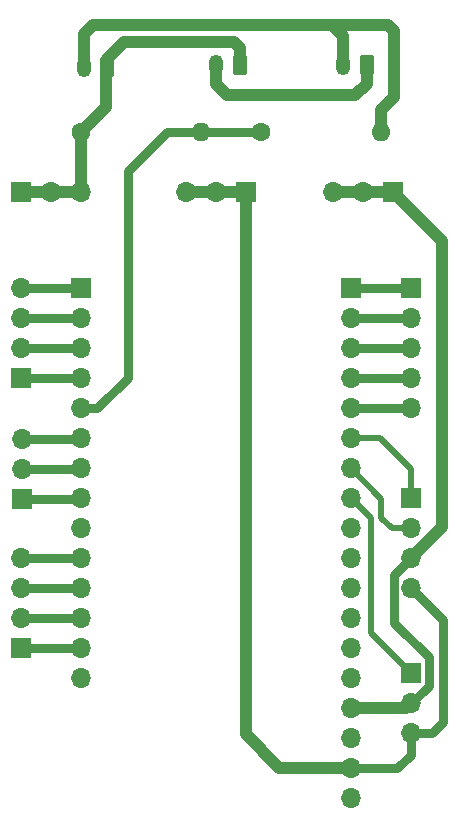
<source format=gbr>
%TF.GenerationSoftware,KiCad,Pcbnew,6.0.7-f9a2dced07~116~ubuntu20.04.1*%
%TF.CreationDate,2022-07-30T18:15:20+02:00*%
%TF.ProjectId,fatrug,66617472-7567-42e6-9b69-6361645f7063,rev?*%
%TF.SameCoordinates,Original*%
%TF.FileFunction,Copper,L1,Top*%
%TF.FilePolarity,Positive*%
%FSLAX46Y46*%
G04 Gerber Fmt 4.6, Leading zero omitted, Abs format (unit mm)*
G04 Created by KiCad (PCBNEW 6.0.7-f9a2dced07~116~ubuntu20.04.1) date 2022-07-30 18:15:20*
%MOMM*%
%LPD*%
G01*
G04 APERTURE LIST*
G04 Aperture macros list*
%AMRoundRect*
0 Rectangle with rounded corners*
0 $1 Rounding radius*
0 $2 $3 $4 $5 $6 $7 $8 $9 X,Y pos of 4 corners*
0 Add a 4 corners polygon primitive as box body*
4,1,4,$2,$3,$4,$5,$6,$7,$8,$9,$2,$3,0*
0 Add four circle primitives for the rounded corners*
1,1,$1+$1,$2,$3*
1,1,$1+$1,$4,$5*
1,1,$1+$1,$6,$7*
1,1,$1+$1,$8,$9*
0 Add four rect primitives between the rounded corners*
20,1,$1+$1,$2,$3,$4,$5,0*
20,1,$1+$1,$4,$5,$6,$7,0*
20,1,$1+$1,$6,$7,$8,$9,0*
20,1,$1+$1,$8,$9,$2,$3,0*%
G04 Aperture macros list end*
%TA.AperFunction,ComponentPad*%
%ADD10R,1.700000X1.700000*%
%TD*%
%TA.AperFunction,ComponentPad*%
%ADD11O,1.700000X1.700000*%
%TD*%
%TA.AperFunction,ComponentPad*%
%ADD12RoundRect,0.250000X0.350000X0.625000X-0.350000X0.625000X-0.350000X-0.625000X0.350000X-0.625000X0*%
%TD*%
%TA.AperFunction,ComponentPad*%
%ADD13O,1.200000X1.750000*%
%TD*%
%TA.AperFunction,ComponentPad*%
%ADD14C,1.600000*%
%TD*%
%TA.AperFunction,ComponentPad*%
%ADD15O,1.600000X1.600000*%
%TD*%
%TA.AperFunction,Conductor*%
%ADD16C,0.750000*%
%TD*%
%TA.AperFunction,Conductor*%
%ADD17C,1.000000*%
%TD*%
%TA.AperFunction,Conductor*%
%ADD18C,0.500000*%
%TD*%
G04 APERTURE END LIST*
D10*
%TO.P,J14,1,Pin_1*%
%TO.N,Net-(J5-Pad8)*%
X63525000Y-77705000D03*
D11*
%TO.P,J14,2,Pin_2*%
%TO.N,Net-(J5-Pad7)*%
X63525000Y-75165000D03*
%TO.P,J14,3,Pin_3*%
%TO.N,Net-(J5-Pad6)*%
X63525000Y-72625000D03*
%TD*%
D10*
%TO.P,J6,1,Pin_1*%
%TO.N,Net-(J11-Pad1)*%
X91435000Y-59895000D03*
D11*
%TO.P,J6,2,Pin_2*%
%TO.N,Net-(J11-Pad2)*%
X91435000Y-62435000D03*
%TO.P,J6,3,Pin_3*%
%TO.N,Net-(J11-Pad3)*%
X91435000Y-64975000D03*
%TO.P,J6,4,Pin_4*%
%TO.N,Net-(J11-Pad4)*%
X91435000Y-67515000D03*
%TO.P,J6,5,Pin_5*%
%TO.N,Net-(J11-Pad5)*%
X91435000Y-70055000D03*
%TO.P,J6,6,Pin_6*%
%TO.N,Net-(J6-Pad6)*%
X91435000Y-72595000D03*
%TO.P,J6,7,Pin_7*%
%TO.N,Net-(J6-Pad7)*%
X91435000Y-75135000D03*
%TO.P,J6,8,Pin_8*%
%TO.N,Net-(J6-Pad8)*%
X91435000Y-77675000D03*
%TO.P,J6,9,Pin_9*%
%TO.N,unconnected-(J6-Pad9)*%
X91435000Y-80215000D03*
%TO.P,J6,10,Pin_10*%
%TO.N,unconnected-(J6-Pad10)*%
X91435000Y-82755000D03*
%TO.P,J6,11,Pin_11*%
%TO.N,unconnected-(J6-Pad11)*%
X91435000Y-85295000D03*
%TO.P,J6,12,Pin_12*%
%TO.N,unconnected-(J6-Pad12)*%
X91435000Y-87835000D03*
%TO.P,J6,13,Pin_13*%
%TO.N,unconnected-(J6-Pad13)*%
X91435000Y-90375000D03*
%TO.P,J6,14,Pin_14*%
%TO.N,unconnected-(J6-Pad14)*%
X91435000Y-92915000D03*
%TO.P,J6,15,Pin_15*%
%TO.N,Net-(J12-Pad1)*%
X91435000Y-95455000D03*
%TO.P,J6,16,Pin_16*%
%TO.N,unconnected-(J6-Pad16)*%
X91435000Y-97995000D03*
%TO.P,J6,17,Pin_17*%
%TO.N,Net-(J7-Pad3)*%
X91435000Y-100535000D03*
%TO.P,J6,18,Pin_18*%
%TO.N,unconnected-(J6-Pad18)*%
X91435000Y-103075000D03*
%TD*%
D12*
%TO.P,J3,1,Pin_1*%
%TO.N,Net-(J10-Pad1)*%
X70775000Y-41150000D03*
D13*
%TO.P,J3,2,Pin_2*%
%TO.N,GND*%
X68775000Y-41150000D03*
%TD*%
D12*
%TO.P,J2,1,Pin_1*%
%TO.N,Net-(J10-Pad1)*%
X82010000Y-41025000D03*
D13*
%TO.P,J2,2,Pin_2*%
%TO.N,Net-(J1-Pad1)*%
X80010000Y-41025000D03*
%TD*%
D12*
%TO.P,J1,1,Pin_1*%
%TO.N,Net-(J1-Pad1)*%
X92750000Y-40975000D03*
D13*
%TO.P,J1,2,Pin_2*%
%TO.N,GND*%
X90750000Y-40975000D03*
%TD*%
D10*
%TO.P,J13,1,Pin_1*%
%TO.N,Net-(J7-Pad3)*%
X82500000Y-51750000D03*
D11*
%TO.P,J13,2,Pin_2*%
X79960000Y-51750000D03*
%TO.P,J13,3,Pin_3*%
X77420000Y-51750000D03*
%TD*%
D10*
%TO.P,J12,1,Pin_1*%
%TO.N,Net-(J12-Pad1)*%
X95000000Y-51750000D03*
D11*
%TO.P,J12,2,Pin_2*%
X92460000Y-51750000D03*
%TO.P,J12,3,Pin_3*%
X89920000Y-51750000D03*
%TD*%
D10*
%TO.P,J11,1,Pin_1*%
%TO.N,Net-(J11-Pad1)*%
X96515000Y-59895000D03*
D11*
%TO.P,J11,2,Pin_2*%
%TO.N,Net-(J11-Pad2)*%
X96515000Y-62435000D03*
%TO.P,J11,3,Pin_3*%
%TO.N,Net-(J11-Pad3)*%
X96515000Y-64975000D03*
%TO.P,J11,4,Pin_4*%
%TO.N,Net-(J11-Pad4)*%
X96515000Y-67515000D03*
%TO.P,J11,5,Pin_5*%
%TO.N,Net-(J11-Pad5)*%
X96515000Y-70055000D03*
%TD*%
%TO.P,J10,3,Pin_3*%
%TO.N,Net-(J10-Pad1)*%
X68560000Y-51750000D03*
%TO.P,J10,2,Pin_2*%
X66020000Y-51750000D03*
D10*
%TO.P,J10,1,Pin_1*%
X63480000Y-51750000D03*
%TD*%
%TO.P,J9,1,Pin_1*%
%TO.N,Net-(J5-Pad4)*%
X63495000Y-67515000D03*
D11*
%TO.P,J9,2,Pin_2*%
%TO.N,Net-(J5-Pad3)*%
X63495000Y-64975000D03*
%TO.P,J9,3,Pin_3*%
%TO.N,Net-(J5-Pad2)*%
X63495000Y-62435000D03*
%TO.P,J9,4,Pin_4*%
%TO.N,Net-(J5-Pad1)*%
X63495000Y-59895000D03*
%TD*%
D14*
%TO.P,R2,1*%
%TO.N,Net-(J5-Pad5)*%
X83800000Y-46670000D03*
D15*
%TO.P,R2,2*%
%TO.N,GND*%
X93960000Y-46670000D03*
%TD*%
%TO.P,R1,2*%
%TO.N,Net-(J5-Pad5)*%
X78720000Y-46670000D03*
D14*
%TO.P,R1,1*%
%TO.N,Net-(J10-Pad1)*%
X68560000Y-46670000D03*
%TD*%
D10*
%TO.P,J8,1,Pin_1*%
%TO.N,Net-(J6-Pad6)*%
X96515000Y-77675000D03*
D11*
%TO.P,J8,2,Pin_2*%
%TO.N,Net-(J6-Pad7)*%
X96515000Y-80215000D03*
%TO.P,J8,3,Pin_3*%
%TO.N,Net-(J12-Pad1)*%
X96515000Y-82755000D03*
%TO.P,J8,4,Pin_4*%
%TO.N,Net-(J7-Pad3)*%
X96515000Y-85295000D03*
%TD*%
%TO.P,J7,3,Pin_3*%
%TO.N,Net-(J7-Pad3)*%
X96500000Y-97580000D03*
%TO.P,J7,2,Pin_2*%
%TO.N,Net-(J12-Pad1)*%
X96500000Y-95040000D03*
D10*
%TO.P,J7,1,Pin_1*%
%TO.N,Net-(J6-Pad8)*%
X96500000Y-92500000D03*
%TD*%
%TO.P,J5,1,Pin_1*%
%TO.N,Net-(J5-Pad1)*%
X68575000Y-59895000D03*
D11*
%TO.P,J5,2,Pin_2*%
%TO.N,Net-(J5-Pad2)*%
X68575000Y-62435000D03*
%TO.P,J5,3,Pin_3*%
%TO.N,Net-(J5-Pad3)*%
X68575000Y-64975000D03*
%TO.P,J5,4,Pin_4*%
%TO.N,Net-(J5-Pad4)*%
X68575000Y-67515000D03*
%TO.P,J5,5,Pin_5*%
%TO.N,Net-(J5-Pad5)*%
X68575000Y-70055000D03*
%TO.P,J5,6,Pin_6*%
%TO.N,Net-(J5-Pad6)*%
X68575000Y-72595000D03*
%TO.P,J5,7,Pin_7*%
%TO.N,Net-(J5-Pad7)*%
X68575000Y-75135000D03*
%TO.P,J5,8,Pin_8*%
%TO.N,Net-(J5-Pad8)*%
X68575000Y-77675000D03*
%TO.P,J5,9,Pin_9*%
%TO.N,unconnected-(J5-Pad9)*%
X68575000Y-80215000D03*
%TO.P,J5,10,Pin_10*%
%TO.N,Net-(J4-Pad4)*%
X68575000Y-82755000D03*
%TO.P,J5,11,Pin_11*%
%TO.N,Net-(J4-Pad3)*%
X68575000Y-85295000D03*
%TO.P,J5,12,Pin_12*%
%TO.N,Net-(J4-Pad2)*%
X68575000Y-87835000D03*
%TO.P,J5,13,Pin_13*%
%TO.N,Net-(J4-Pad1)*%
X68575000Y-90375000D03*
%TO.P,J5,14,Pin_14*%
%TO.N,unconnected-(J5-Pad14)*%
X68575000Y-92915000D03*
%TD*%
D10*
%TO.P,J4,1,Pin_1*%
%TO.N,Net-(J4-Pad1)*%
X63495000Y-90375000D03*
D11*
%TO.P,J4,2,Pin_2*%
%TO.N,Net-(J4-Pad2)*%
X63495000Y-87835000D03*
%TO.P,J4,3,Pin_3*%
%TO.N,Net-(J4-Pad3)*%
X63495000Y-85295000D03*
%TO.P,J4,4,Pin_4*%
%TO.N,Net-(J4-Pad4)*%
X63495000Y-82755000D03*
%TD*%
D16*
%TO.N,Net-(J5-Pad8)*%
X63525000Y-77705000D02*
X68545000Y-77705000D01*
X68545000Y-77705000D02*
X68575000Y-77675000D01*
%TO.N,Net-(J5-Pad7)*%
X63525000Y-75165000D02*
X68545000Y-75165000D01*
X68545000Y-75165000D02*
X68575000Y-75135000D01*
%TO.N,Net-(J5-Pad6)*%
X63525000Y-72625000D02*
X68545000Y-72625000D01*
X68545000Y-72625000D02*
X68575000Y-72595000D01*
%TO.N,Net-(J12-Pad1)*%
X96515000Y-82755000D02*
X95090000Y-84180000D01*
X95090000Y-84180000D02*
X95090000Y-88240000D01*
X95090000Y-88240000D02*
X97990749Y-91140749D01*
X97990749Y-91140749D02*
X97990749Y-93549251D01*
X97990749Y-93549251D02*
X96500000Y-95040000D01*
D17*
X95000000Y-51750000D02*
X99150000Y-55900000D01*
X99150000Y-80120000D02*
X96515000Y-82755000D01*
X99150000Y-55900000D02*
X99150000Y-80120000D01*
D18*
%TO.N,Net-(J6-Pad7)*%
X91435000Y-75135000D02*
X94000000Y-77700000D01*
X94000000Y-77700000D02*
X94000000Y-79350000D01*
X94000000Y-79350000D02*
X94865000Y-80215000D01*
X94865000Y-80215000D02*
X96515000Y-80215000D01*
%TO.N,Net-(J6-Pad8)*%
X91435000Y-77675000D02*
X93109999Y-79349999D01*
X93109999Y-79349999D02*
X93109999Y-89109999D01*
X93109999Y-89109999D02*
X96500000Y-92500000D01*
%TO.N,Net-(J6-Pad6)*%
X91435000Y-72595000D02*
X93895000Y-72595000D01*
X93895000Y-72595000D02*
X96515000Y-75215000D01*
X96515000Y-75215000D02*
X96515000Y-77675000D01*
D17*
%TO.N,Net-(J12-Pad1)*%
X91435000Y-95455000D02*
X96085000Y-95455000D01*
X96085000Y-95455000D02*
X96500000Y-95040000D01*
D16*
%TO.N,Net-(J7-Pad3)*%
X91435000Y-100535000D02*
X95340000Y-100535000D01*
X95340000Y-100535000D02*
X96500000Y-99375000D01*
X96500000Y-99375000D02*
X96500000Y-97580000D01*
D17*
X82500000Y-51750000D02*
X82500000Y-97675000D01*
X85360000Y-100535000D02*
X91435000Y-100535000D01*
X82500000Y-97675000D02*
X85360000Y-100535000D01*
D16*
X99225000Y-88005000D02*
X99225000Y-96600000D01*
X96515000Y-85295000D02*
X99225000Y-88005000D01*
X99225000Y-96600000D02*
X98245000Y-97580000D01*
X98245000Y-97580000D02*
X96500000Y-97580000D01*
D17*
%TO.N,Net-(J12-Pad1)*%
X89920000Y-51750000D02*
X95000000Y-51750000D01*
%TO.N,Net-(J7-Pad3)*%
X82500000Y-51750000D02*
X77420000Y-51750000D01*
D16*
%TO.N,Net-(J5-Pad5)*%
X78720000Y-46670000D02*
X75830000Y-46670000D01*
X75830000Y-46670000D02*
X72500000Y-50000000D01*
X72500000Y-50000000D02*
X72500000Y-67500000D01*
X72500000Y-67500000D02*
X69945000Y-70055000D01*
X69945000Y-70055000D02*
X68575000Y-70055000D01*
%TO.N,Net-(J4-Pad1)*%
X63495000Y-90375000D02*
X68575000Y-90375000D01*
%TO.N,Net-(J4-Pad2)*%
X63495000Y-87835000D02*
X68575000Y-87835000D01*
%TO.N,Net-(J4-Pad3)*%
X63495000Y-85295000D02*
X68575000Y-85295000D01*
%TO.N,Net-(J4-Pad4)*%
X63495000Y-82755000D02*
X68575000Y-82755000D01*
%TO.N,Net-(J11-Pad5)*%
X91435000Y-70055000D02*
X96515000Y-70055000D01*
%TO.N,Net-(J11-Pad4)*%
X91435000Y-67515000D02*
X96515000Y-67515000D01*
%TO.N,Net-(J11-Pad3)*%
X91435000Y-64975000D02*
X96515000Y-64975000D01*
%TO.N,Net-(J11-Pad2)*%
X91435000Y-62435000D02*
X96515000Y-62435000D01*
%TO.N,Net-(J11-Pad1)*%
X91435000Y-59895000D02*
X96515000Y-59895000D01*
%TO.N,Net-(J5-Pad4)*%
X63495000Y-67515000D02*
X68575000Y-67515000D01*
%TO.N,Net-(J5-Pad3)*%
X63495000Y-64975000D02*
X68575000Y-64975000D01*
%TO.N,Net-(J5-Pad2)*%
X63495000Y-62435000D02*
X68575000Y-62435000D01*
%TO.N,Net-(J5-Pad1)*%
X63495000Y-59895000D02*
X68575000Y-59895000D01*
%TO.N,Net-(J5-Pad5)*%
X78720000Y-46670000D02*
X83800000Y-46670000D01*
D17*
%TO.N,Net-(J10-Pad1)*%
X68560000Y-46670000D02*
X70700000Y-44530000D01*
D16*
X70700000Y-41225000D02*
X70775000Y-41150000D01*
D17*
X70700000Y-44530000D02*
X70700000Y-41225000D01*
%TO.N,GND*%
X93960000Y-46670000D02*
X93960000Y-44840000D01*
X93960000Y-44840000D02*
X95100000Y-43700000D01*
X95100000Y-43700000D02*
X95100000Y-38150000D01*
X95100000Y-38150000D02*
X94575000Y-37625000D01*
X94575000Y-37625000D02*
X89800000Y-37625000D01*
%TO.N,Net-(J1-Pad1)*%
X92750000Y-40975000D02*
X92750000Y-42575000D01*
X92750000Y-42575000D02*
X91800000Y-43525000D01*
X80010000Y-42635000D02*
X80010000Y-41025000D01*
X91800000Y-43525000D02*
X80900000Y-43525000D01*
X80900000Y-43525000D02*
X80010000Y-42635000D01*
%TO.N,GND*%
X68775000Y-41150000D02*
X68775000Y-38400000D01*
X68775000Y-38400000D02*
X69550000Y-37625000D01*
X69550000Y-37625000D02*
X89800000Y-37625000D01*
X89800000Y-37625000D02*
X90750000Y-38575000D01*
X90750000Y-38575000D02*
X90750000Y-40975000D01*
%TO.N,Net-(J10-Pad1)*%
X82010000Y-41025000D02*
X82010000Y-39585000D01*
X81500000Y-39075000D02*
X72175000Y-39075000D01*
X82010000Y-39585000D02*
X81500000Y-39075000D01*
X72175000Y-39075000D02*
X70775000Y-40475000D01*
D16*
X70775000Y-40475000D02*
X70775000Y-41150000D01*
D17*
X66020000Y-51750000D02*
X63480000Y-51750000D01*
X68560000Y-51750000D02*
X66020000Y-51750000D01*
X68560000Y-46670000D02*
X68560000Y-51750000D01*
%TD*%
M02*

</source>
